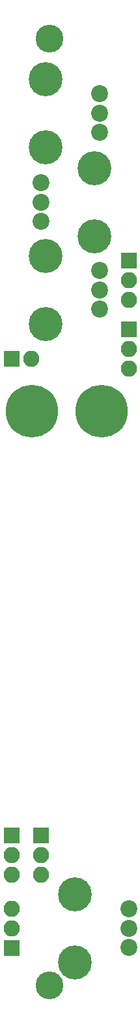
<source format=gbr>
G04 #@! TF.FileFunction,Soldermask,Bot*
%FSLAX46Y46*%
G04 Gerber Fmt 4.6, Leading zero omitted, Abs format (unit mm)*
G04 Created by KiCad (PCBNEW 4.0.6) date 07/12/17 23:45:09*
%MOMM*%
%LPD*%
G01*
G04 APERTURE LIST*
%ADD10C,0.100000*%
%ADD11C,6.800000*%
%ADD12C,2.200000*%
%ADD13C,4.400000*%
%ADD14C,3.600000*%
%ADD15R,2.100000X2.100000*%
%ADD16O,2.100000X2.100000*%
G04 APERTURE END LIST*
D10*
D11*
X152670000Y-82980000D03*
X143670000Y-82980000D03*
D12*
X152400000Y-46910000D03*
X152400000Y-44410000D03*
X152400000Y-41910000D03*
D13*
X145400000Y-48810000D03*
X145400000Y-40010000D03*
D14*
X145930000Y-157250000D03*
X145930000Y-34750000D03*
D15*
X156210000Y-72390000D03*
D16*
X156210000Y-74930000D03*
X156210000Y-77470000D03*
D15*
X156210000Y-63500000D03*
D16*
X156210000Y-66040000D03*
X156210000Y-68580000D03*
D15*
X140970000Y-152400000D03*
D16*
X140970000Y-149860000D03*
X140970000Y-147320000D03*
D15*
X144780000Y-137795000D03*
D16*
X144780000Y-140335000D03*
X144780000Y-142875000D03*
D15*
X140970000Y-137795000D03*
D16*
X140970000Y-140335000D03*
X140970000Y-142875000D03*
D12*
X144780000Y-53420000D03*
X144780000Y-55920000D03*
X144780000Y-58420000D03*
D13*
X151780000Y-51520000D03*
X151780000Y-60320000D03*
D12*
X152400000Y-69770000D03*
X152400000Y-67270000D03*
X152400000Y-64770000D03*
D13*
X145400000Y-71670000D03*
X145400000Y-62870000D03*
D12*
X156210000Y-152320000D03*
X156210000Y-149820000D03*
X156210000Y-147320000D03*
D13*
X149210000Y-154220000D03*
X149210000Y-145420000D03*
D15*
X140970000Y-76200000D03*
D16*
X143510000Y-76200000D03*
M02*

</source>
